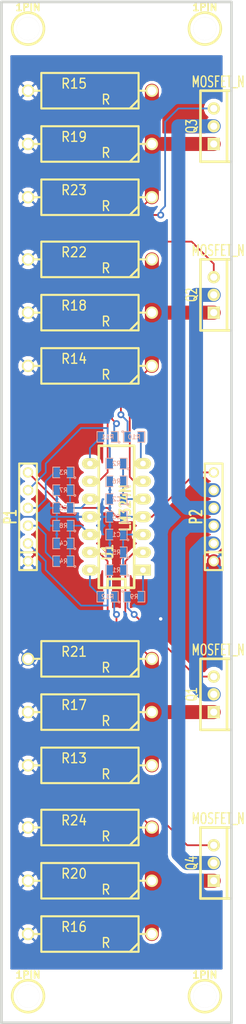
<source format=kicad_pcb>
(kicad_pcb (version 20171130) (host pcbnew 5.0.0+dfsg1-1)
  (title_block (date "24 may 2011"))
  (layers (0 Front signal) (31 Back signal) (34 B.Paste user) (35 F.Paste user) (36 B.SilkS user) (37 F.SilkS user) (38 B.Mask user) (39 F.Mask user) (44 Edge.Cuts user))
  (net 0 "")
  (net 1 +5V)
  (net 2 GND)
  (net 3 N-000001)
  (net 4 N-000002)
  (net 5 N-000003)
  (net 6 N-000004)
  (net 7 N-000005)
  (net 8 N-000008)
  (net 9 N-000009)
  (net 10 N-000011)
  (net 11 N-000012)
  (net 12 N-000013)
  (net 13 N-000014)
  (net 14 N-000015)
  (net 15 N-000016)
  (net 16 N-000017)
  (net 17 N-000018)
  (net 18 N-000019)
  (net 19 N-000022)
  (net 20 N-000025)
  (net 21 N-000026)
  (net 22 N-000027)
  (net 23 N-000028)
  (net 24 N-000029)
  (net 25 N-000030)
  (net 26 N-000031)
  (module TO220_VERT (layer Front) (at 166.37 152.4)
    (fp_text reference Q4 (at -3.175 0 90) (layer F.SilkS) (effects (font (size 1.524 1.016) (thickness 0.2032))))
    (fp_text value MOSFET_N (at 0.635 -6.35) (layer F.SilkS) (effects (font (size 1.524 1.016) (thickness 0.2032))))
    (pad g thru_hole circle (at 0 -2.54) (size 1.778 1.778) (drill 1.016) (layers *.Cu *.Mask F.SilkS) (net 17 N-000018))
    (pad d thru_hole circle (at 0 0) (size 1.778 1.778) (drill 1.016) (layers *.Cu *.Mask F.SilkS) (net 16 N-000017))
    (pad s thru_hole rect (at 0 2.54) (size 1.778 1.778) (drill 1.016) (layers *.Cu *.Mask F.SilkS) (net 18 N-000019))
  )
  (module TO220_VERT (layer Front) (at 166.37 46.99)
    (fp_text reference Q3 (at -3.175 0 90) (layer F.SilkS) (effects (font (size 1.524 1.016) (thickness 0.2032))))
    (fp_text value MOSFET_N (at 0.635 -6.35) (layer F.SilkS) (effects (font (size 1.524 1.016) (thickness 0.2032))))
    (pad g thru_hole circle (at 0 -2.54) (size 1.778 1.778) (drill 1.016) (layers *.Cu *.Mask F.SilkS) (net 8 N-000008))
    (pad d thru_hole circle (at 0 0) (size 1.778 1.778) (drill 1.016) (layers *.Cu *.Mask F.SilkS) (net 25 N-000030))
    (pad s thru_hole rect (at 0 2.54) (size 1.778 1.778) (drill 1.016) (layers *.Cu *.Mask F.SilkS) (net 10 N-000011))
  )
  (module TO220_VERT (layer Front) (at 166.37 71.12)
    (fp_text reference Q2 (at -3.175 0 90) (layer F.SilkS) (effects (font (size 1.524 1.016) (thickness 0.2032))))
    (fp_text value MOSFET_N (at 0.635 -6.35) (layer F.SilkS) (effects (font (size 1.524 1.016) (thickness 0.2032))))
    (pad g thru_hole circle (at 0 -2.54) (size 1.778 1.778) (drill 1.016) (layers *.Cu *.Mask F.SilkS) (net 20 N-000025))
    (pad d thru_hole circle (at 0 0) (size 1.778 1.778) (drill 1.016) (layers *.Cu *.Mask F.SilkS) (net 26 N-000031))
    (pad s thru_hole rect (at 0 2.54) (size 1.778 1.778) (drill 1.016) (layers *.Cu *.Mask F.SilkS) (net 22 N-000027))
  )
  (module TO220_VERT (layer Front) (at 166.37 128.27)
    (fp_text reference Q1 (at -3.175 0 90) (layer F.SilkS) (effects (font (size 1.524 1.016) (thickness 0.2032))))
    (fp_text value MOSFET_N (at 0.635 -6.35) (layer F.SilkS) (effects (font (size 1.524 1.016) (thickness 0.2032))))
    (pad g thru_hole circle (at 0 -2.54) (size 1.778 1.778) (drill 1.016) (layers *.Cu *.Mask F.SilkS) (net 13 N-000014))
    (pad d thru_hole circle (at 0 0) (size 1.778 1.778) (drill 1.016) (layers *.Cu *.Mask F.SilkS) (net 24 N-000029))
    (pad s thru_hole rect (at 0 2.54) (size 1.778 1.778) (drill 1.016) (layers *.Cu *.Mask F.SilkS) (net 14 N-000015))
  )
  (module DIP-14__300_ELL (layer Front) (at 152.4 102.87 90)
    (fp_text reference U1 (at -5.08 -1.27 90) (layer F.SilkS) (effects (font (size 1.524 1.143) (thickness 0.28702))))
    (fp_text value LM324N (at 1.27 1.27 90) (layer F.SilkS) (effects (font (size 1.524 1.143) (thickness 0.28702))))
    (pad 1 thru_hole rect (at -7.62 3.81 90) (size 1.5748 2.286) (drill 0.8128) (layers *.Cu *.Mask F.SilkS) (net 15 N-000016))
    (pad 2 thru_hole oval (at -5.08 3.81 90) (size 1.5748 2.286) (drill 0.8128) (layers *.Cu *.Mask F.SilkS) (net 14 N-000015))
    (pad 3 thru_hole oval (at -2.54 3.81 90) (size 1.5748 2.286) (drill 0.8128) (layers *.Cu *.Mask F.SilkS) (net 12 N-000013))
    (pad 4 thru_hole oval (at 0 3.81 90) (size 1.5748 2.286) (drill 0.8128) (layers *.Cu *.Mask F.SilkS) (net 1 +5V))
    (pad 5 thru_hole oval (at 2.54 3.81 90) (size 1.5748 2.286) (drill 0.8128) (layers *.Cu *.Mask F.SilkS) (net 23 N-000028))
    (pad 6 thru_hole oval (at 5.08 3.81 90) (size 1.5748 2.286) (drill 0.8128) (layers *.Cu *.Mask F.SilkS) (net 22 N-000027))
    (pad 7 thru_hole oval (at 7.62 3.81 90) (size 1.5748 2.286) (drill 0.8128) (layers *.Cu *.Mask F.SilkS) (net 21 N-000026))
    (pad 8 thru_hole oval (at 7.62 -3.81 90) (size 1.5748 2.286) (drill 0.8128) (layers *.Cu *.Mask F.SilkS) (net 9 N-000009))
    (pad 9 thru_hole oval (at 5.08 -3.81 90) (size 1.5748 2.286) (drill 0.8128) (layers *.Cu *.Mask F.SilkS) (net 10 N-000011))
    (pad 10 thru_hole oval (at 2.54 -3.81 90) (size 1.5748 2.286) (drill 0.8128) (layers *.Cu *.Mask F.SilkS) (net 3 N-000001))
    (pad 11 thru_hole oval (at 0 -3.81 90) (size 1.5748 2.286) (drill 0.8128) (layers *.Cu *.Mask F.SilkS) (net 2 GND))
    (pad 12 thru_hole oval (at -2.54 -3.81 90) (size 1.5748 2.286) (drill 0.8128) (layers *.Cu *.Mask F.SilkS) (net 5 N-000003))
    (pad 13 thru_hole oval (at -5.08 -3.81 90) (size 1.5748 2.286) (drill 0.8128) (layers *.Cu *.Mask F.SilkS) (net 18 N-000019))
    (pad 14 thru_hole oval (at -7.62 -3.81 90) (size 1.5748 2.286) (drill 0.8128) (layers *.Cu *.Mask F.SilkS) (net 19 N-000022))
  )
  (module R7 (layer Front) (at 148.59 147.32 180)
    (fp_text reference R24 (at 2.286 1.016 180) (layer F.SilkS) (effects (font (size 1.397 1.27) (thickness 0.2032))))
    (fp_text value R (at -2.286 -1.27 180) (layer F.SilkS) (effects (font (size 1.397 1.27) (thickness 0.2032))))
    (pad 1 thru_hole circle (at -8.89 0 180) (size 1.778 1.778) (drill 1.27) (layers *.Cu *.Mask F.SilkS) (net 18 N-000019))
    (pad 2 thru_hole circle (at 8.89 0 180) (size 1.778 1.778) (drill 1.27) (layers *.Cu *.Mask F.SilkS) (net 2 GND))
  )
  (module R7 (layer Front) (at 148.59 57.15 180)
    (fp_text reference R23 (at 2.286 1.016 180) (layer F.SilkS) (effects (font (size 1.397 1.27) (thickness 0.2032))))
    (fp_text value R (at -2.286 -1.27 180) (layer F.SilkS) (effects (font (size 1.397 1.27) (thickness 0.2032))))
    (pad 1 thru_hole circle (at -8.89 0 180) (size 1.778 1.778) (drill 1.27) (layers *.Cu *.Mask F.SilkS) (net 10 N-000011))
    (pad 2 thru_hole circle (at 8.89 0 180) (size 1.778 1.778) (drill 1.27) (layers *.Cu *.Mask F.SilkS) (net 2 GND))
  )
  (module R7 (layer Front) (at 148.59 66.04 180)
    (fp_text reference R22 (at 2.286 1.016 180) (layer F.SilkS) (effects (font (size 1.397 1.27) (thickness 0.2032))))
    (fp_text value R (at -2.286 -1.27 180) (layer F.SilkS) (effects (font (size 1.397 1.27) (thickness 0.2032))))
    (pad 1 thru_hole circle (at -8.89 0 180) (size 1.778 1.778) (drill 1.27) (layers *.Cu *.Mask F.SilkS) (net 22 N-000027))
    (pad 2 thru_hole circle (at 8.89 0 180) (size 1.778 1.778) (drill 1.27) (layers *.Cu *.Mask F.SilkS) (net 2 GND))
  )
  (module R7 (layer Front) (at 148.59 123.19 180)
    (fp_text reference R21 (at 2.286 1.016 180) (layer F.SilkS) (effects (font (size 1.397 1.27) (thickness 0.2032))))
    (fp_text value R (at -2.286 -1.27 180) (layer F.SilkS) (effects (font (size 1.397 1.27) (thickness 0.2032))))
    (pad 1 thru_hole circle (at -8.89 0 180) (size 1.778 1.778) (drill 1.27) (layers *.Cu *.Mask F.SilkS) (net 14 N-000015))
    (pad 2 thru_hole circle (at 8.89 0 180) (size 1.778 1.778) (drill 1.27) (layers *.Cu *.Mask F.SilkS) (net 2 GND))
  )
  (module R7 (layer Front) (at 148.59 154.94 180)
    (fp_text reference R20 (at 2.286 1.016 180) (layer F.SilkS) (effects (font (size 1.397 1.27) (thickness 0.2032))))
    (fp_text value R (at -2.286 -1.27 180) (layer F.SilkS) (effects (font (size 1.397 1.27) (thickness 0.2032))))
    (pad 1 thru_hole circle (at -8.89 0 180) (size 1.778 1.778) (drill 1.27) (layers *.Cu *.Mask F.SilkS) (net 18 N-000019))
    (pad 2 thru_hole circle (at 8.89 0 180) (size 1.778 1.778) (drill 1.27) (layers *.Cu *.Mask F.SilkS) (net 2 GND))
  )
  (module R7 (layer Front) (at 148.59 49.53 180)
    (fp_text reference R19 (at 2.286 1.016 180) (layer F.SilkS) (effects (font (size 1.397 1.27) (thickness 0.2032))))
    (fp_text value R (at -2.286 -1.27 180) (layer F.SilkS) (effects (font (size 1.397 1.27) (thickness 0.2032))))
    (pad 1 thru_hole circle (at -8.89 0 180) (size 1.778 1.778) (drill 1.27) (layers *.Cu *.Mask F.SilkS) (net 10 N-000011))
    (pad 2 thru_hole circle (at 8.89 0 180) (size 1.778 1.778) (drill 1.27) (layers *.Cu *.Mask F.SilkS) (net 2 GND))
  )
  (module R7 (layer Front) (at 148.59 73.66 180)
    (fp_text reference R18 (at 2.286 1.016 180) (layer F.SilkS) (effects (font (size 1.397 1.27) (thickness 0.2032))))
    (fp_text value R (at -2.286 -1.27 180) (layer F.SilkS) (effects (font (size 1.397 1.27) (thickness 0.2032))))
    (pad 1 thru_hole circle (at -8.89 0 180) (size 1.778 1.778) (drill 1.27) (layers *.Cu *.Mask F.SilkS) (net 22 N-000027))
    (pad 2 thru_hole circle (at 8.89 0 180) (size 1.778 1.778) (drill 1.27) (layers *.Cu *.Mask F.SilkS) (net 2 GND))
  )
  (module R7 (layer Front) (at 148.59 130.81 180)
    (fp_text reference R17 (at 2.286 1.016 180) (layer F.SilkS) (effects (font (size 1.397 1.27) (thickness 0.2032))))
    (fp_text value R (at -2.286 -1.27 180) (layer F.SilkS) (effects (font (size 1.397 1.27) (thickness 0.2032))))
    (pad 1 thru_hole circle (at -8.89 0 180) (size 1.778 1.778) (drill 1.27) (layers *.Cu *.Mask F.SilkS) (net 14 N-000015))
    (pad 2 thru_hole circle (at 8.89 0 180) (size 1.778 1.778) (drill 1.27) (layers *.Cu *.Mask F.SilkS) (net 2 GND))
  )
  (module R7 (layer Front) (at 148.59 162.56 180)
    (fp_text reference R16 (at 2.286 1.016 180) (layer F.SilkS) (effects (font (size 1.397 1.27) (thickness 0.2032))))
    (fp_text value R (at -2.286 -1.27 180) (layer F.SilkS) (effects (font (size 1.397 1.27) (thickness 0.2032))))
    (pad 1 thru_hole circle (at -8.89 0 180) (size 1.778 1.778) (drill 1.27) (layers *.Cu *.Mask F.SilkS) (net 18 N-000019))
    (pad 2 thru_hole circle (at 8.89 0 180) (size 1.778 1.778) (drill 1.27) (layers *.Cu *.Mask F.SilkS) (net 2 GND))
  )
  (module R7 (layer Front) (at 148.59 41.91 180)
    (fp_text reference R15 (at 2.286 1.016 180) (layer F.SilkS) (effects (font (size 1.397 1.27) (thickness 0.2032))))
    (fp_text value R (at -2.286 -1.27 180) (layer F.SilkS) (effects (font (size 1.397 1.27) (thickness 0.2032))))
    (pad 1 thru_hole circle (at -8.89 0 180) (size 1.778 1.778) (drill 1.27) (layers *.Cu *.Mask F.SilkS) (net 10 N-000011))
    (pad 2 thru_hole circle (at 8.89 0 180) (size 1.778 1.778) (drill 1.27) (layers *.Cu *.Mask F.SilkS) (net 2 GND))
  )
  (module R7 (layer Front) (at 148.59 81.28 180)
    (fp_text reference R14 (at 2.286 1.016 180) (layer F.SilkS) (effects (font (size 1.397 1.27) (thickness 0.2032))))
    (fp_text value R (at -2.286 -1.27 180) (layer F.SilkS) (effects (font (size 1.397 1.27) (thickness 0.2032))))
    (pad 1 thru_hole circle (at -8.89 0 180) (size 1.778 1.778) (drill 1.27) (layers *.Cu *.Mask F.SilkS) (net 22 N-000027))
    (pad 2 thru_hole circle (at 8.89 0 180) (size 1.778 1.778) (drill 1.27) (layers *.Cu *.Mask F.SilkS) (net 2 GND))
  )
  (module R7 (layer Front) (at 148.59 138.43 180)
    (fp_text reference R13 (at 2.286 1.016 180) (layer F.SilkS) (effects (font (size 1.397 1.27) (thickness 0.2032))))
    (fp_text value R (at -2.286 -1.27 180) (layer F.SilkS) (effects (font (size 1.397 1.27) (thickness 0.2032))))
    (pad 1 thru_hole circle (at -8.89 0 180) (size 1.778 1.778) (drill 1.27) (layers *.Cu *.Mask F.SilkS) (net 14 N-000015))
    (pad 2 thru_hole circle (at 8.89 0 180) (size 1.778 1.778) (drill 1.27) (layers *.Cu *.Mask F.SilkS) (net 2 GND))
  )
  (module SM0805 (layer Back) (at 151.13 114.3 180)
    (fp_text reference R12 (at 0 0 180) (layer B.SilkS) (effects (font (size 0.635 0.635) (thickness 0.127)) (justify mirror)))
    (fp_text value R hide)
    (pad 1 smd rect (at -0.9525 0 180) (size 0.889 1.397) (layers Back B.Paste B.Mask) (net 17 N-000018))
    (pad 2 smd rect (at 0.9525 0 180) (size 0.889 1.397) (layers Back B.Paste B.Mask) (net 19 N-000022))
  )
  (module SM0805 (layer Back) (at 151.13 91.44 180)
    (fp_text reference R11 (at 0 0 180) (layer B.SilkS) (effects (font (size 0.635 0.635) (thickness 0.127)) (justify mirror)))
    (fp_text value R hide)
    (pad 1 smd rect (at -0.9525 0 180) (size 0.889 1.397) (layers Back B.Paste B.Mask) (net 8 N-000008))
    (pad 2 smd rect (at 0.9525 0 180) (size 0.889 1.397) (layers Back B.Paste B.Mask) (net 9 N-000009))
  )
  (module SM0805 (layer Back) (at 154.94 91.44)
    (fp_text reference R10 (at 0 0) (layer B.SilkS) (effects (font (size 0.635 0.635) (thickness 0.127)) (justify mirror)))
    (fp_text value R hide)
    (pad 1 smd rect (at -0.9525 0) (size 0.889 1.397) (layers Back B.Paste B.Mask) (net 20 N-000025))
    (pad 2 smd rect (at 0.9525 0) (size 0.889 1.397) (layers Back B.Paste B.Mask) (net 21 N-000026))
  )
  (module SM0805 (layer Back) (at 154.94 114.3)
    (fp_text reference R9 (at 0 0) (layer B.SilkS) (effects (font (size 0.635 0.635) (thickness 0.127)) (justify mirror)))
    (fp_text value R hide)
    (pad 1 smd rect (at -0.9525 0) (size 0.889 1.397) (layers Back B.Paste B.Mask) (net 13 N-000014))
    (pad 2 smd rect (at 0.9525 0) (size 0.889 1.397) (layers Back B.Paste B.Mask) (net 15 N-000016))
  )
  (module SM0805 (layer Back) (at 144.78 104.14 180)
    (fp_text reference R8 (at 0 0 180) (layer B.SilkS) (effects (font (size 0.635 0.635) (thickness 0.127)) (justify mirror)))
    (fp_text value R hide)
    (pad 1 smd rect (at -0.9525 0 180) (size 0.889 1.397) (layers Back B.Paste B.Mask) (net 5 N-000003))
    (pad 2 smd rect (at 0.9525 0 180) (size 0.889 1.397) (layers Back B.Paste B.Mask) (net 2 GND))
  )
  (module SM0805 (layer Back) (at 144.78 99.06 180)
    (fp_text reference R7 (at 0 0 180) (layer B.SilkS) (effects (font (size 0.635 0.635) (thickness 0.127)) (justify mirror)))
    (fp_text value R hide)
    (pad 1 smd rect (at -0.9525 0 180) (size 0.889 1.397) (layers Back B.Paste B.Mask) (net 3 N-000001))
    (pad 2 smd rect (at 0.9525 0 180) (size 0.889 1.397) (layers Back B.Paste B.Mask) (net 2 GND))
  )
  (module SM0805 (layer Back) (at 152.4 97.79 180)
    (fp_text reference R6 (at 0 0 180) (layer B.SilkS) (effects (font (size 0.635 0.635) (thickness 0.127)) (justify mirror)))
    (fp_text value R hide)
    (pad 1 smd rect (at -0.9525 0 180) (size 0.889 1.397) (layers Back B.Paste B.Mask) (net 23 N-000028))
    (pad 2 smd rect (at 0.9525 0 180) (size 0.889 1.397) (layers Back B.Paste B.Mask) (net 2 GND))
  )
  (module SM0805 (layer Back) (at 152.4 107.95 180)
    (fp_text reference R5 (at 0 0 180) (layer B.SilkS) (effects (font (size 0.635 0.635) (thickness 0.127)) (justify mirror)))
    (fp_text value R hide)
    (pad 1 smd rect (at -0.9525 0 180) (size 0.889 1.397) (layers Back B.Paste B.Mask) (net 12 N-000013))
    (pad 2 smd rect (at 0.9525 0 180) (size 0.889 1.397) (layers Back B.Paste B.Mask) (net 2 GND))
  )
  (module SM0805 (layer Back) (at 144.78 109.22 180)
    (fp_text reference R4 (at 0 0 180) (layer B.SilkS) (effects (font (size 0.635 0.635) (thickness 0.127)) (justify mirror)))
    (fp_text value R hide)
    (pad 1 smd rect (at -0.9525 0 180) (size 0.889 1.397) (layers Back B.Paste B.Mask) (net 5 N-000003))
    (pad 2 smd rect (at 0.9525 0 180) (size 0.889 1.397) (layers Back B.Paste B.Mask) (net 6 N-000004))
  )
  (module SM0805 (layer Back) (at 144.78 96.52 180)
    (fp_text reference R3 (at 0 0 180) (layer B.SilkS) (effects (font (size 0.635 0.635) (thickness 0.127)) (justify mirror)))
    (fp_text value R hide)
    (pad 1 smd rect (at -0.9525 0 180) (size 0.889 1.397) (layers Back B.Paste B.Mask) (net 3 N-000001))
    (pad 2 smd rect (at 0.9525 0 180) (size 0.889 1.397) (layers Back B.Paste B.Mask) (net 4 N-000002))
  )
  (module SM0805 (layer Back) (at 152.4 95.25 180)
    (fp_text reference R2 (at 0 0 180) (layer B.SilkS) (effects (font (size 0.635 0.635) (thickness 0.127)) (justify mirror)))
    (fp_text value R hide)
    (pad 1 smd rect (at -0.9525 0 180) (size 0.889 1.397) (layers Back B.Paste B.Mask) (net 23 N-000028))
    (pad 2 smd rect (at 0.9525 0 180) (size 0.889 1.397) (layers Back B.Paste B.Mask) (net 7 N-000005))
  )
  (module SM0805 (layer Back) (at 152.4 110.49 180)
    (fp_text reference R1 (at 0 0 180) (layer B.SilkS) (effects (font (size 0.635 0.635) (thickness 0.127)) (justify mirror)))
    (fp_text value R hide)
    (pad 1 smd rect (at -0.9525 0 180) (size 0.889 1.397) (layers Back B.Paste B.Mask) (net 12 N-000013))
    (pad 2 smd rect (at 0.9525 0 180) (size 0.889 1.397) (layers Back B.Paste B.Mask) (net 11 N-000012))
  )
  (module SM0805 (layer Back) (at 152.4 100.33 180)
    (fp_text reference C2 (at 0 0 180) (layer B.SilkS) (effects (font (size 0.635 0.635) (thickness 0.127)) (justify mirror)))
    (fp_text value C hide)
    (pad 1 smd rect (at -0.9525 0 180) (size 0.889 1.397) (layers Back B.Paste B.Mask) (net 23 N-000028))
    (pad 2 smd rect (at 0.9525 0 180) (size 0.889 1.397) (layers Back B.Paste B.Mask) (net 2 GND))
  )
  (module SM0805 (layer Back) (at 144.78 101.6 180)
    (fp_text reference C3 (at 0 0 180) (layer B.SilkS) (effects (font (size 0.635 0.635) (thickness 0.127)) (justify mirror)))
    (fp_text value C hide)
    (pad 1 smd rect (at -0.9525 0 180) (size 0.889 1.397) (layers Back B.Paste B.Mask) (net 3 N-000001))
    (pad 2 smd rect (at 0.9525 0 180) (size 0.889 1.397) (layers Back B.Paste B.Mask) (net 2 GND))
  )
  (module SM0805 (layer Back) (at 144.78 106.68 180)
    (fp_text reference C4 (at 0 0 180) (layer B.SilkS) (effects (font (size 0.635 0.635) (thickness 0.127)) (justify mirror)))
    (fp_text value C hide)
    (pad 1 smd rect (at -0.9525 0 180) (size 0.889 1.397) (layers Back B.Paste B.Mask) (net 5 N-000003))
    (pad 2 smd rect (at 0.9525 0 180) (size 0.889 1.397) (layers Back B.Paste B.Mask) (net 2 GND))
  )
  (module SM0805 (layer Back) (at 152.4 102.87 180)
    (fp_text reference C5 (at 0 0 180) (layer B.SilkS) (effects (font (size 0.635 0.635) (thickness 0.127)) (justify mirror)))
    (fp_text value C hide)
    (pad 1 smd rect (at -0.9525 0 180) (size 0.889 1.397) (layers Back B.Paste B.Mask) (net 1 +5V))
    (pad 2 smd rect (at 0.9525 0 180) (size 0.889 1.397) (layers Back B.Paste B.Mask) (net 2 GND))
  )
  (module SM0805 (layer Back) (at 152.4 105.41 180)
    (fp_text reference C1 (at 0 0 180) (layer B.SilkS) (effects (font (size 0.635 0.635) (thickness 0.127)) (justify mirror)))
    (fp_text value C hide)
    (pad 1 smd rect (at -0.9525 0 180) (size 0.889 1.397) (layers Back B.Paste B.Mask) (net 12 N-000013))
    (pad 2 smd rect (at 0.9525 0 180) (size 0.889 1.397) (layers Back B.Paste B.Mask) (net 2 GND))
  )
  (module SIL-6 (layer Front) (at 139.7 102.87 90)
    (fp_text reference P1 (at 0 -2.54 90) (layer F.SilkS) (effects (font (size 1.72974 1.08712) (thickness 0.27178))))
    (fp_text value CONN_6 hide)
    (pad 1 thru_hole circle (at -6.35 0 90) (size 1.50114 1.50114) (drill 1.00076) (layers *.Cu *.Mask F.SilkS) (net 2 GND))
    (pad 2 thru_hole circle (at -3.81 0 90) (size 1.50114 1.50114) (drill 1.00076) (layers *.Cu *.Mask F.SilkS) (net 11 N-000012))
    (pad 3 thru_hole circle (at -1.27 0 90) (size 1.50114 1.50114) (drill 1.00076) (layers *.Cu *.Mask F.SilkS) (net 6 N-000004))
    (pad 4 thru_hole circle (at 1.27 0 90) (size 1.50114 1.50114) (drill 1.00076) (layers *.Cu *.Mask F.SilkS) (net 4 N-000002))
    (pad 5 thru_hole circle (at 3.81 0 90) (size 1.50114 1.50114) (drill 1.00076) (layers *.Cu *.Mask F.SilkS) (net 7 N-000005))
    (pad 6 thru_hole circle (at 6.35 0 90) (size 1.50114 1.50114) (drill 1.00076) (layers *.Cu *.Mask F.SilkS) (net 1 +5V))
  )
  (module SIL-6 (layer Front) (at 166.37 102.87 90)
    (fp_text reference P2 (at 0 -2.54 90) (layer F.SilkS) (effects (font (size 1.72974 1.08712) (thickness 0.27178))))
    (fp_text value CONN_6 hide)
    (pad 1 thru_hole circle (at -6.35 0 90) (size 1.50114 1.50114) (drill 1.00076) (layers *.Cu *.Mask F.SilkS) (net 2 GND))
    (pad 2 thru_hole circle (at -3.81 0 90) (size 1.50114 1.50114) (drill 1.00076) (layers *.Cu *.Mask F.SilkS) (net 24 N-000029))
    (pad 3 thru_hole circle (at -1.27 0 90) (size 1.50114 1.50114) (drill 1.00076) (layers *.Cu *.Mask F.SilkS) (net 16 N-000017))
    (pad 4 thru_hole circle (at 1.27 0 90) (size 1.50114 1.50114) (drill 1.00076) (layers *.Cu *.Mask F.SilkS) (net 25 N-000030))
    (pad 5 thru_hole circle (at 3.81 0 90) (size 1.50114 1.50114) (drill 1.00076) (layers *.Cu *.Mask F.SilkS) (net 26 N-000031))
    (pad 6 thru_hole circle (at 6.35 0 90) (size 1.50114 1.50114) (drill 1.00076) (layers *.Cu *.Mask F.SilkS) (net 1 +5V))
  )
  (module 1pin (layer Front) (at 139.7 33.02)
    (fp_text reference 1PIN (at 0 -3.048) (layer F.SilkS) (effects (font (size 1.016 1.016) (thickness 0.254))))
    (fp_text value P*** hide)
    (pad 1 thru_hole circle (at 0 0) (size 3.29946 3.29946) (drill 3.29946) (layers *.Cu *.Mask F.SilkS))
  )
  (module 1pin (layer Front) (at 165.1 33.02)
    (fp_text reference 1PIN (at 0 -3.048) (layer F.SilkS) (effects (font (size 1.016 1.016) (thickness 0.254))))
    (fp_text value P*** hide)
    (pad 1 thru_hole circle (at 0 0) (size 3.29946 3.29946) (drill 3.29946) (layers *.Cu *.Mask F.SilkS))
  )
  (module 1pin (layer Front) (at 139.7 171.45)
    (fp_text reference 1PIN (at 0 -3.048) (layer F.SilkS) (effects (font (size 1.016 1.016) (thickness 0.254))))
    (fp_text value P*** hide)
    (pad 1 thru_hole circle (at 0 0) (size 3.29946 3.29946) (drill 3.29946) (layers *.Cu *.Mask F.SilkS))
  )
  (module 1pin (layer Front) (at 165.1 171.45)
    (fp_text reference 1PIN (at 0 -3.048) (layer F.SilkS) (effects (font (size 1.016 1.016) (thickness 0.254))))
    (fp_text value P*** hide)
    (pad 1 thru_hole circle (at 0 0) (size 3.29946 3.29946) (drill 3.29946) (layers *.Cu *.Mask F.SilkS))
  )
  (gr_line (start 135.89 175.26) (end 135.89 29.21) (angle 90) (layer Edge.Cuts) (width 0.381))
  (gr_line (start 168.91 175.26) (end 135.89 175.26) (angle 90) (layer Edge.Cuts) (width 0.381))
  (gr_line (start 168.91 29.21) (end 168.91 175.26) (angle 90) (layer Edge.Cuts) (width 0.381))
  (gr_line (start 135.89 29.21) (end 168.91 29.21) (angle 90) (layer Edge.Cuts) (width 0.381))
  (segment (start 157.48 102.87) (end 156.21 102.87) (width 0.254) (layer Front) (net 1))
  (segment (start 163.83 96.52) (end 157.48 102.87) (width 0.254) (layer Front) (net 1))
  (segment (start 153.3525 102.87) (end 156.21 102.87) (width 0.254) (layer Back) (net 1))
  (segment (start 156.21 102.87) (end 152.4 102.87) (width 0.254) (layer Front) (net 1))
  (segment (start 144.78 101.6) (end 139.7 96.52) (width 0.254) (layer Front) (net 1))
  (segment (start 151.13 101.6) (end 144.78 101.6) (width 0.254) (layer Front) (net 1))
  (segment (start 152.4 102.87) (end 151.13 101.6) (width 0.254) (layer Front) (net 1))
  (segment (start 166.37 96.52) (end 163.83 96.52) (width 0.254) (layer Front) (net 1))
  (segment (start 166.37 109.22) (end 166.37 109.855) (width 1.99898) (layer Front) (net 2))
  (segment (start 142.875 120.015) (end 139.7 123.19) (width 1.99898) (layer Back) (net 2))
  (segment (start 156.21 120.015) (end 142.875 120.015) (width 1.99898) (layer Back) (net 2))
  (segment (start 158.75 117.475) (end 156.21 120.015) (width 1.99898) (layer Back) (net 2))
  (via (at 158.75 117.475) (size 1.00076) (layers Front Back) (net 2))
  (segment (start 166.37 109.855) (end 158.75 117.475) (width 1.99898) (layer Front) (net 2))
  (segment (start 143.8275 102.87) (end 138.43 102.87) (width 0.254) (layer Back) (net 2))
  (segment (start 138.43 107.95) (end 139.7 109.22) (width 0.254) (layer Back) (net 2))
  (segment (start 138.43 102.87) (end 138.43 107.95) (width 0.254) (layer Back) (net 2))
  (segment (start 143.8275 106.68) (end 143.8275 104.14) (width 0.254) (layer Back) (net 2))
  (segment (start 143.8275 104.14) (end 143.8275 102.87) (width 0.254) (layer Back) (net 2))
  (segment (start 143.8275 102.87) (end 143.8275 101.6) (width 0.254) (layer Back) (net 2))
  (segment (start 143.8275 101.6) (end 143.8275 99.06) (width 0.254) (layer Back) (net 2))
  (segment (start 151.4475 102.87) (end 148.59 102.87) (width 0.254) (layer Back) (net 2))
  (segment (start 151.4475 107.95) (end 151.4475 105.41) (width 0.254) (layer Back) (net 2))
  (segment (start 151.4475 105.41) (end 151.4475 102.87) (width 0.254) (layer Back) (net 2))
  (segment (start 151.4475 102.87) (end 151.4475 100.33) (width 0.254) (layer Back) (net 2))
  (segment (start 151.4475 100.33) (end 151.4475 97.79) (width 0.254) (layer Back) (net 2))
  (segment (start 148.59 102.87) (end 143.8275 102.87) (width 0.254) (layer Back) (net 2))
  (segment (start 145.7325 101.6) (end 147.32 101.6) (width 0.254) (layer Back) (net 3))
  (segment (start 147.32 101.6) (end 148.59 100.33) (width 0.254) (layer Back) (net 3))
  (segment (start 145.7325 96.52) (end 145.7325 99.06) (width 0.254) (layer Back) (net 3))
  (segment (start 145.7325 99.06) (end 145.7325 101.6) (width 0.254) (layer Back) (net 3))
  (segment (start 140.97 101.6) (end 139.7 101.6) (width 0.254) (layer Back) (net 4))
  (segment (start 142.24 100.33) (end 140.97 101.6) (width 0.254) (layer Back) (net 4))
  (segment (start 142.24 97.79) (end 142.24 100.33) (width 0.254) (layer Back) (net 4))
  (segment (start 143.51 96.52) (end 142.24 97.79) (width 0.254) (layer Back) (net 4))
  (segment (start 143.8275 96.52) (end 143.51 96.52) (width 0.254) (layer Back) (net 4))
  (segment (start 145.7325 104.14) (end 145.7325 106.68) (width 0.254) (layer Back) (net 5))
  (segment (start 147.32 104.14) (end 148.59 105.41) (width 0.254) (layer Back) (net 5))
  (segment (start 145.7325 104.14) (end 147.32 104.14) (width 0.254) (layer Back) (net 5))
  (segment (start 145.7325 106.68) (end 145.7325 109.22) (width 0.254) (layer Back) (net 5))
  (segment (start 143.8275 109.22) (end 143.51 109.22) (width 0.254) (layer Back) (net 6))
  (segment (start 143.51 109.22) (end 142.24 107.95) (width 0.254) (layer Back) (net 6))
  (segment (start 140.97 104.14) (end 139.7 104.14) (width 0.254) (layer Back) (net 6))
  (segment (start 142.24 105.41) (end 140.97 104.14) (width 0.254) (layer Back) (net 6))
  (segment (start 142.24 107.95) (end 142.24 105.41) (width 0.254) (layer Back) (net 6))
  (segment (start 151.4475 93.0275) (end 151.13 92.71) (width 0.254) (layer Back) (net 7))
  (segment (start 147.32 90.17) (end 148.59 90.17) (width 0.254) (layer Back) (net 7))
  (segment (start 151.13 90.17) (end 148.59 90.17) (width 0.254) (layer Back) (net 7))
  (segment (start 142.24 95.25) (end 142.24 96.52) (width 0.254) (layer Back) (net 7))
  (segment (start 143.51 93.98) (end 147.32 90.17) (width 0.254) (layer Back) (net 7))
  (segment (start 142.24 96.52) (end 139.7 99.06) (width 0.254) (layer Back) (net 7))
  (segment (start 151.4475 95.25) (end 151.4475 93.0275) (width 0.254) (layer Back) (net 7))
  (segment (start 142.24 95.25) (end 143.51 93.98) (width 0.254) (layer Back) (net 7))
  (segment (start 151.13 92.71) (end 151.13 90.17) (width 0.254) (layer Back) (net 7))
  (segment (start 151.765 86.995) (end 151.765 88.9) (width 0.254) (layer Front) (net 8))
  (segment (start 152.0825 89.8525) (end 152.0825 91.44) (width 0.254) (layer Back) (net 8))
  (segment (start 152.4 89.535) (end 152.0825 89.8525) (width 0.254) (layer Back) (net 8))
  (via (at 152.4 89.535) (size 1.00076) (layers Front Back) (net 8))
  (segment (start 151.765 88.9) (end 152.4 89.535) (width 0.254) (layer Front) (net 8))
  (segment (start 151.765 65.405) (end 152.4 64.77) (width 0.254) (layer Front) (net 8))
  (segment (start 151.765 86.995) (end 151.765 65.405) (width 0.254) (layer Front) (net 8))
  (segment (start 158.75 59.69) (end 158.75 59.055) (width 0.254) (layer Back) (net 8))
  (segment (start 152.4 64.77) (end 157.48 59.69) (width 0.254) (layer Front) (net 8))
  (segment (start 157.48 59.69) (end 158.75 59.69) (width 0.254) (layer Front) (net 8))
  (via (at 158.75 59.69) (size 1.00076) (layers Front Back) (net 8))
  (segment (start 161.29 44.45) (end 166.37 44.45) (width 0.254) (layer Back) (net 8))
  (segment (start 159.385 46.355) (end 161.29 44.45) (width 0.254) (layer Back) (net 8))
  (segment (start 159.385 58.42) (end 159.385 46.355) (width 0.254) (layer Back) (net 8))
  (segment (start 158.75 59.055) (end 159.385 58.42) (width 0.254) (layer Back) (net 8))
  (segment (start 148.59 95.25) (end 148.59 93.0275) (width 0.254) (layer Back) (net 9))
  (segment (start 148.59 93.0275) (end 150.1775 91.44) (width 0.254) (layer Back) (net 9))
  (segment (start 157.48 57.15) (end 157.48 49.53) (width 1.99898) (layer Front) (net 10))
  (segment (start 151.13 63.5) (end 157.48 57.15) (width 0.254) (layer Front) (net 10))
  (segment (start 151.13 96.52) (end 151.13 63.5) (width 0.254) (layer Front) (net 10))
  (segment (start 148.59 97.79) (end 149.86 97.79) (width 0.254) (layer Front) (net 10))
  (segment (start 149.86 97.79) (end 151.13 96.52) (width 0.254) (layer Front) (net 10))
  (segment (start 157.48 49.53) (end 166.37 49.53) (width 1.99898) (layer Front) (net 10))
  (segment (start 157.48 49.53) (end 157.48 41.91) (width 1.99898) (layer Front) (net 10))
  (segment (start 151.4475 110.49) (end 151.4475 112.7125) (width 0.254) (layer Back) (net 11))
  (segment (start 142.24 110.49) (end 147.32 115.57) (width 0.254) (layer Back) (net 11))
  (segment (start 142.24 109.22) (end 142.24 110.49) (width 0.254) (layer Back) (net 11))
  (segment (start 151.4475 112.7125) (end 151.13 113.03) (width 0.254) (layer Back) (net 11))
  (segment (start 151.13 115.57) (end 148.59 115.57) (width 0.254) (layer Back) (net 11))
  (segment (start 140.97 107.95) (end 142.24 109.22) (width 0.254) (layer Back) (net 11))
  (segment (start 151.13 113.03) (end 151.13 115.57) (width 0.254) (layer Back) (net 11))
  (segment (start 140.97 107.95) (end 139.7 106.68) (width 0.254) (layer Back) (net 11))
  (segment (start 147.32 115.57) (end 148.59 115.57) (width 0.254) (layer Back) (net 11))
  (segment (start 153.3525 107.95) (end 153.3525 110.49) (width 0.254) (layer Back) (net 12))
  (segment (start 153.3525 105.41) (end 153.3525 107.95) (width 0.254) (layer Back) (net 12))
  (segment (start 153.3525 105.41) (end 156.21 105.41) (width 0.254) (layer Back) (net 12))
  (segment (start 166.37 125.73) (end 163.83 125.73) (width 0.254) (layer Front) (net 13))
  (segment (start 153.9875 115.8875) (end 154.94 116.84) (width 0.254) (layer Back) (net 13))
  (via (at 154.94 116.84) (size 1.00076) (layers Front Back) (net 13))
  (segment (start 154.94 116.84) (end 158.75 120.65) (width 0.254) (layer Front) (net 13))
  (segment (start 153.9875 115.8875) (end 153.9875 114.3) (width 0.254) (layer Back) (net 13))
  (segment (start 163.83 125.73) (end 158.75 120.65) (width 0.254) (layer Front) (net 13))
  (segment (start 153.67 119.38) (end 157.48 123.19) (width 0.254) (layer Front) (net 14))
  (segment (start 156.21 107.95) (end 154.94 107.95) (width 0.254) (layer Front) (net 14))
  (segment (start 157.48 130.81) (end 166.37 130.81) (width 1.99898) (layer Front) (net 14))
  (segment (start 157.48 130.81) (end 157.48 138.43) (width 1.99898) (layer Front) (net 14))
  (segment (start 153.67 109.22) (end 153.67 119.38) (width 0.254) (layer Front) (net 14))
  (segment (start 157.48 123.19) (end 157.48 130.81) (width 1.99898) (layer Front) (net 14))
  (segment (start 154.94 107.95) (end 153.67 109.22) (width 0.254) (layer Front) (net 14))
  (segment (start 156.21 110.49) (end 156.21 113.9825) (width 0.254) (layer Back) (net 15))
  (segment (start 156.21 113.9825) (end 155.8925 114.3) (width 0.254) (layer Back) (net 15))
  (segment (start 161.29 151.13) (end 161.29 105.41) (width 1.99898) (layer Back) (net 16))
  (segment (start 162.56 152.4) (end 161.29 151.13) (width 1.99898) (layer Back) (net 16))
  (segment (start 166.37 152.4) (end 162.56 152.4) (width 1.99898) (layer Back) (net 16))
  (segment (start 162.56 104.14) (end 166.37 104.14) (width 1.99898) (layer Back) (net 16))
  (segment (start 161.29 105.41) (end 162.56 104.14) (width 1.99898) (layer Back) (net 16))
  (segment (start 152.0825 114.3) (end 152.0825 116.5225) (width 0.254) (layer Back) (net 17))
  (segment (start 152.4 139.7) (end 157.48 144.78) (width 0.254) (layer Front) (net 17))
  (segment (start 152.4 116.84) (end 152.4 139.7) (width 0.254) (layer Front) (net 17))
  (via (at 152.4 116.84) (size 1.00076) (layers Front Back) (net 17))
  (segment (start 166.37 149.86) (end 162.56 149.86) (width 0.254) (layer Front) (net 17))
  (segment (start 162.56 149.86) (end 157.48 144.78) (width 0.254) (layer Front) (net 17))
  (segment (start 152.0825 116.5225) (end 152.4 116.84) (width 0.254) (layer Back) (net 17))
  (segment (start 157.48 147.32) (end 157.48 154.94) (width 1.99898) (layer Front) (net 18))
  (segment (start 157.48 154.94) (end 157.48 162.56) (width 1.99898) (layer Front) (net 18))
  (segment (start 157.48 154.94) (end 166.37 154.94) (width 1.99898) (layer Front) (net 18))
  (segment (start 148.59 107.95) (end 149.86 107.95) (width 0.254) (layer Front) (net 18))
  (segment (start 149.86 107.95) (end 151.13 109.22) (width 0.254) (layer Front) (net 18))
  (segment (start 151.13 140.97) (end 157.48 147.32) (width 0.254) (layer Front) (net 18))
  (segment (start 151.13 109.22) (end 151.13 140.97) (width 0.254) (layer Front) (net 18))
  (segment (start 148.59 112.7125) (end 150.1775 114.3) (width 0.254) (layer Back) (net 19))
  (segment (start 148.59 110.49) (end 148.59 112.7125) (width 0.254) (layer Back) (net 19))
  (segment (start 153.9875 91.44) (end 153.9875 89.2175) (width 0.254) (layer Back) (net 20))
  (segment (start 166.37 66.675) (end 166.37 68.58) (width 0.254) (layer Front) (net 20))
  (segment (start 163.195 63.5) (end 166.37 66.675) (width 0.254) (layer Front) (net 20))
  (segment (start 156.845 63.5) (end 163.195 63.5) (width 0.254) (layer Front) (net 20))
  (segment (start 153.035 67.31) (end 156.845 63.5) (width 0.254) (layer Front) (net 20))
  (segment (start 153.035 88.265) (end 153.035 67.31) (width 0.254) (layer Front) (net 20))
  (via (at 153.035 88.265) (size 1.00076) (layers Front Back) (net 20))
  (segment (start 153.9875 89.2175) (end 153.035 88.265) (width 0.254) (layer Back) (net 20))
  (segment (start 153.9875 91.44) (end 153.9875 89.8525) (width 0.254) (layer Back) (net 20))
  (segment (start 153.67 91.1225) (end 153.9875 91.44) (width 0.254) (layer Back) (net 20))
  (segment (start 155.8925 91.44) (end 155.8925 94.9325) (width 0.254) (layer Back) (net 21))
  (segment (start 155.8925 94.9325) (end 156.21 95.25) (width 0.254) (layer Back) (net 21))
  (segment (start 154.305 97.155) (end 154.305 84.455) (width 0.254) (layer Front) (net 22))
  (segment (start 154.305 84.455) (end 154.94 83.82) (width 0.254) (layer Front) (net 22))
  (segment (start 154.94 83.82) (end 157.48 81.28) (width 0.254) (layer Front) (net 22))
  (segment (start 157.48 73.66) (end 166.37 73.66) (width 1.99898) (layer Front) (net 22))
  (segment (start 154.94 97.79) (end 154.305 97.155) (width 0.254) (layer Front) (net 22))
  (segment (start 157.48 66.04) (end 157.48 81.28) (width 1.99898) (layer Front) (net 22))
  (segment (start 156.21 97.79) (end 154.94 97.79) (width 0.254) (layer Front) (net 22))
  (segment (start 153.3525 97.79) (end 153.3525 100.33) (width 0.254) (layer Back) (net 23))
  (segment (start 153.3525 100.33) (end 156.21 100.33) (width 0.254) (layer Back) (net 23))
  (segment (start 153.3525 95.25) (end 153.3525 97.79) (width 0.254) (layer Back) (net 23))
  (segment (start 166.37 128.27) (end 165.1 128.27) (width 1.99898) (layer Back) (net 24))
  (segment (start 165.1 128.27) (end 163.83 127) (width 1.99898) (layer Back) (net 24))
  (segment (start 165.1 106.68) (end 166.37 106.68) (width 1.99898) (layer Back) (net 24))
  (segment (start 163.83 107.95) (end 165.1 106.68) (width 1.99898) (layer Back) (net 24))
  (segment (start 163.83 127) (end 163.83 107.95) (width 1.99898) (layer Back) (net 24))
  (segment (start 161.29 46.99) (end 161.29 91.44) (width 1.99898) (layer Back) (net 25))
  (segment (start 161.29 91.44) (end 161.29 100.33) (width 1.99898) (layer Back) (net 25))
  (segment (start 161.29 100.33) (end 162.56 101.6) (width 1.99898) (layer Back) (net 25))
  (segment (start 166.37 46.99) (end 161.29 46.99) (width 1.99898) (layer Back) (net 25))
  (segment (start 162.56 101.6) (end 166.37 101.6) (width 1.99898) (layer Back) (net 25))
  (segment (start 163.83 71.12) (end 163.83 81.28) (width 1.99898) (layer Back) (net 26))
  (segment (start 166.37 71.12) (end 163.83 71.12) (width 1.99898) (layer Back) (net 26))
  (segment (start 163.83 97.79) (end 165.1 99.06) (width 1.99898) (layer Back) (net 26))
  (segment (start 165.1 99.06) (end 166.37 99.06) (width 1.99898) (layer Back) (net 26))
  (segment (start 163.83 81.28) (end 163.83 97.79) (width 1.99898) (layer Back) (net 26))
  (zone (net 2) (net_name GND) (layer Front) (connect_pads (clearance 0.508)) (min_thickness 0.254) (fill yes (mode segment) (arc_segments 16) (thermal_gap 0.508) (thermal_bridge_width 0.29972))
    (polygon (pts (xy 167.64 167.64) (xy 167.64 36.83) (xy 137.16 36.83) (xy 137.16 167.64)))
  )
  (zone (net 2) (net_name GND) (layer Back) (connect_pads (clearance 0.508)) (min_thickness 0.254) (fill yes (mode segment) (arc_segments 16) (thermal_gap 0.508) (thermal_bridge_width 0.29972))
    (polygon (pts (xy 167.64 167.64) (xy 167.64 36.83) (xy 137.16 36.83) (xy 137.16 167.64)))
  )
)
</source>
